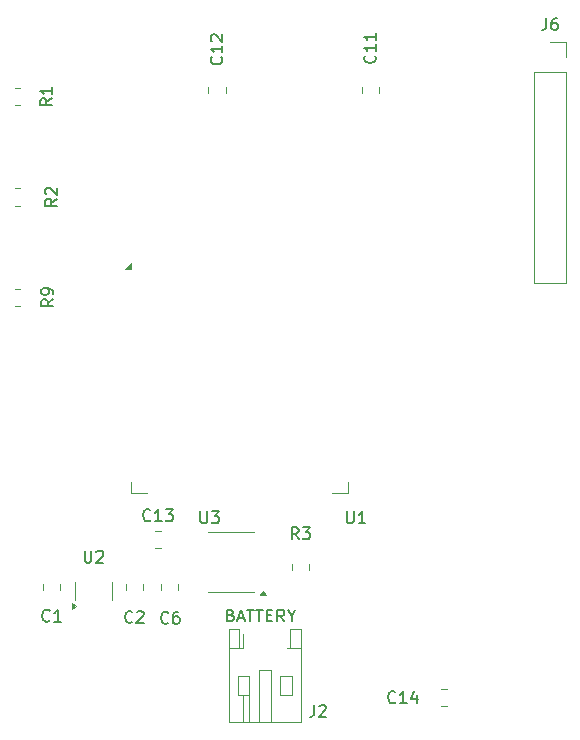
<source format=gbr>
%TF.GenerationSoftware,KiCad,Pcbnew,9.0.1*%
%TF.CreationDate,2025-11-13T22:26:36+01:00*%
%TF.ProjectId,dise_o_v2,64697365-f16f-45f7-9632-2e6b69636164,rev?*%
%TF.SameCoordinates,Original*%
%TF.FileFunction,Legend,Top*%
%TF.FilePolarity,Positive*%
%FSLAX46Y46*%
G04 Gerber Fmt 4.6, Leading zero omitted, Abs format (unit mm)*
G04 Created by KiCad (PCBNEW 9.0.1) date 2025-11-13 22:26:36*
%MOMM*%
%LPD*%
G01*
G04 APERTURE LIST*
%ADD10C,0.150000*%
%ADD11C,0.120000*%
G04 APERTURE END LIST*
D10*
X64170112Y-81915496D02*
X64312969Y-81963115D01*
X64312969Y-81963115D02*
X64360588Y-82010734D01*
X64360588Y-82010734D02*
X64408207Y-82105972D01*
X64408207Y-82105972D02*
X64408207Y-82248829D01*
X64408207Y-82248829D02*
X64360588Y-82344067D01*
X64360588Y-82344067D02*
X64312969Y-82391687D01*
X64312969Y-82391687D02*
X64217731Y-82439306D01*
X64217731Y-82439306D02*
X63836779Y-82439306D01*
X63836779Y-82439306D02*
X63836779Y-81439306D01*
X63836779Y-81439306D02*
X64170112Y-81439306D01*
X64170112Y-81439306D02*
X64265350Y-81486925D01*
X64265350Y-81486925D02*
X64312969Y-81534544D01*
X64312969Y-81534544D02*
X64360588Y-81629782D01*
X64360588Y-81629782D02*
X64360588Y-81725020D01*
X64360588Y-81725020D02*
X64312969Y-81820258D01*
X64312969Y-81820258D02*
X64265350Y-81867877D01*
X64265350Y-81867877D02*
X64170112Y-81915496D01*
X64170112Y-81915496D02*
X63836779Y-81915496D01*
X64789160Y-82153591D02*
X65265350Y-82153591D01*
X64693922Y-82439306D02*
X65027255Y-81439306D01*
X65027255Y-81439306D02*
X65360588Y-82439306D01*
X65551065Y-81439306D02*
X66122493Y-81439306D01*
X65836779Y-82439306D02*
X65836779Y-81439306D01*
X66312970Y-81439306D02*
X66884398Y-81439306D01*
X66598684Y-82439306D02*
X66598684Y-81439306D01*
X67217732Y-81915496D02*
X67551065Y-81915496D01*
X67693922Y-82439306D02*
X67217732Y-82439306D01*
X67217732Y-82439306D02*
X67217732Y-81439306D01*
X67217732Y-81439306D02*
X67693922Y-81439306D01*
X68693922Y-82439306D02*
X68360589Y-81963115D01*
X68122494Y-82439306D02*
X68122494Y-81439306D01*
X68122494Y-81439306D02*
X68503446Y-81439306D01*
X68503446Y-81439306D02*
X68598684Y-81486925D01*
X68598684Y-81486925D02*
X68646303Y-81534544D01*
X68646303Y-81534544D02*
X68693922Y-81629782D01*
X68693922Y-81629782D02*
X68693922Y-81772639D01*
X68693922Y-81772639D02*
X68646303Y-81867877D01*
X68646303Y-81867877D02*
X68598684Y-81915496D01*
X68598684Y-81915496D02*
X68503446Y-81963115D01*
X68503446Y-81963115D02*
X68122494Y-81963115D01*
X69312970Y-81963115D02*
X69312970Y-82439306D01*
X68979637Y-81439306D02*
X69312970Y-81963115D01*
X69312970Y-81963115D02*
X69646303Y-81439306D01*
X49454819Y-46666666D02*
X48978628Y-46999999D01*
X49454819Y-47238094D02*
X48454819Y-47238094D01*
X48454819Y-47238094D02*
X48454819Y-46857142D01*
X48454819Y-46857142D02*
X48502438Y-46761904D01*
X48502438Y-46761904D02*
X48550057Y-46714285D01*
X48550057Y-46714285D02*
X48645295Y-46666666D01*
X48645295Y-46666666D02*
X48788152Y-46666666D01*
X48788152Y-46666666D02*
X48883390Y-46714285D01*
X48883390Y-46714285D02*
X48931009Y-46761904D01*
X48931009Y-46761904D02*
X48978628Y-46857142D01*
X48978628Y-46857142D02*
X48978628Y-47238094D01*
X48550057Y-46285713D02*
X48502438Y-46238094D01*
X48502438Y-46238094D02*
X48454819Y-46142856D01*
X48454819Y-46142856D02*
X48454819Y-45904761D01*
X48454819Y-45904761D02*
X48502438Y-45809523D01*
X48502438Y-45809523D02*
X48550057Y-45761904D01*
X48550057Y-45761904D02*
X48645295Y-45714285D01*
X48645295Y-45714285D02*
X48740533Y-45714285D01*
X48740533Y-45714285D02*
X48883390Y-45761904D01*
X48883390Y-45761904D02*
X49454819Y-46333332D01*
X49454819Y-46333332D02*
X49454819Y-45714285D01*
X58876747Y-82534939D02*
X58829128Y-82582559D01*
X58829128Y-82582559D02*
X58686271Y-82630178D01*
X58686271Y-82630178D02*
X58591033Y-82630178D01*
X58591033Y-82630178D02*
X58448176Y-82582559D01*
X58448176Y-82582559D02*
X58352938Y-82487320D01*
X58352938Y-82487320D02*
X58305319Y-82392082D01*
X58305319Y-82392082D02*
X58257700Y-82201606D01*
X58257700Y-82201606D02*
X58257700Y-82058749D01*
X58257700Y-82058749D02*
X58305319Y-81868273D01*
X58305319Y-81868273D02*
X58352938Y-81773035D01*
X58352938Y-81773035D02*
X58448176Y-81677797D01*
X58448176Y-81677797D02*
X58591033Y-81630178D01*
X58591033Y-81630178D02*
X58686271Y-81630178D01*
X58686271Y-81630178D02*
X58829128Y-81677797D01*
X58829128Y-81677797D02*
X58876747Y-81725416D01*
X59733890Y-81630178D02*
X59543414Y-81630178D01*
X59543414Y-81630178D02*
X59448176Y-81677797D01*
X59448176Y-81677797D02*
X59400557Y-81725416D01*
X59400557Y-81725416D02*
X59305319Y-81868273D01*
X59305319Y-81868273D02*
X59257700Y-82058749D01*
X59257700Y-82058749D02*
X59257700Y-82439701D01*
X59257700Y-82439701D02*
X59305319Y-82534939D01*
X59305319Y-82534939D02*
X59352938Y-82582559D01*
X59352938Y-82582559D02*
X59448176Y-82630178D01*
X59448176Y-82630178D02*
X59638652Y-82630178D01*
X59638652Y-82630178D02*
X59733890Y-82582559D01*
X59733890Y-82582559D02*
X59781509Y-82534939D01*
X59781509Y-82534939D02*
X59829128Y-82439701D01*
X59829128Y-82439701D02*
X59829128Y-82201606D01*
X59829128Y-82201606D02*
X59781509Y-82106368D01*
X59781509Y-82106368D02*
X59733890Y-82058749D01*
X59733890Y-82058749D02*
X59638652Y-82011130D01*
X59638652Y-82011130D02*
X59448176Y-82011130D01*
X59448176Y-82011130D02*
X59352938Y-82058749D01*
X59352938Y-82058749D02*
X59305319Y-82106368D01*
X59305319Y-82106368D02*
X59257700Y-82201606D01*
X73996779Y-73114819D02*
X73996779Y-73924342D01*
X73996779Y-73924342D02*
X74044398Y-74019580D01*
X74044398Y-74019580D02*
X74092017Y-74067200D01*
X74092017Y-74067200D02*
X74187255Y-74114819D01*
X74187255Y-74114819D02*
X74377731Y-74114819D01*
X74377731Y-74114819D02*
X74472969Y-74067200D01*
X74472969Y-74067200D02*
X74520588Y-74019580D01*
X74520588Y-74019580D02*
X74568207Y-73924342D01*
X74568207Y-73924342D02*
X74568207Y-73114819D01*
X75568207Y-74114819D02*
X74996779Y-74114819D01*
X75282493Y-74114819D02*
X75282493Y-73114819D01*
X75282493Y-73114819D02*
X75187255Y-73257676D01*
X75187255Y-73257676D02*
X75092017Y-73352914D01*
X75092017Y-73352914D02*
X74996779Y-73400533D01*
X49129819Y-55166666D02*
X48653628Y-55499999D01*
X49129819Y-55738094D02*
X48129819Y-55738094D01*
X48129819Y-55738094D02*
X48129819Y-55357142D01*
X48129819Y-55357142D02*
X48177438Y-55261904D01*
X48177438Y-55261904D02*
X48225057Y-55214285D01*
X48225057Y-55214285D02*
X48320295Y-55166666D01*
X48320295Y-55166666D02*
X48463152Y-55166666D01*
X48463152Y-55166666D02*
X48558390Y-55214285D01*
X48558390Y-55214285D02*
X48606009Y-55261904D01*
X48606009Y-55261904D02*
X48653628Y-55357142D01*
X48653628Y-55357142D02*
X48653628Y-55738094D01*
X49129819Y-54690475D02*
X49129819Y-54499999D01*
X49129819Y-54499999D02*
X49082200Y-54404761D01*
X49082200Y-54404761D02*
X49034580Y-54357142D01*
X49034580Y-54357142D02*
X48891723Y-54261904D01*
X48891723Y-54261904D02*
X48701247Y-54214285D01*
X48701247Y-54214285D02*
X48320295Y-54214285D01*
X48320295Y-54214285D02*
X48225057Y-54261904D01*
X48225057Y-54261904D02*
X48177438Y-54309523D01*
X48177438Y-54309523D02*
X48129819Y-54404761D01*
X48129819Y-54404761D02*
X48129819Y-54595237D01*
X48129819Y-54595237D02*
X48177438Y-54690475D01*
X48177438Y-54690475D02*
X48225057Y-54738094D01*
X48225057Y-54738094D02*
X48320295Y-54785713D01*
X48320295Y-54785713D02*
X48558390Y-54785713D01*
X48558390Y-54785713D02*
X48653628Y-54738094D01*
X48653628Y-54738094D02*
X48701247Y-54690475D01*
X48701247Y-54690475D02*
X48748866Y-54595237D01*
X48748866Y-54595237D02*
X48748866Y-54404761D01*
X48748866Y-54404761D02*
X48701247Y-54309523D01*
X48701247Y-54309523D02*
X48653628Y-54261904D01*
X48653628Y-54261904D02*
X48558390Y-54214285D01*
X76359580Y-34542857D02*
X76407200Y-34590476D01*
X76407200Y-34590476D02*
X76454819Y-34733333D01*
X76454819Y-34733333D02*
X76454819Y-34828571D01*
X76454819Y-34828571D02*
X76407200Y-34971428D01*
X76407200Y-34971428D02*
X76311961Y-35066666D01*
X76311961Y-35066666D02*
X76216723Y-35114285D01*
X76216723Y-35114285D02*
X76026247Y-35161904D01*
X76026247Y-35161904D02*
X75883390Y-35161904D01*
X75883390Y-35161904D02*
X75692914Y-35114285D01*
X75692914Y-35114285D02*
X75597676Y-35066666D01*
X75597676Y-35066666D02*
X75502438Y-34971428D01*
X75502438Y-34971428D02*
X75454819Y-34828571D01*
X75454819Y-34828571D02*
X75454819Y-34733333D01*
X75454819Y-34733333D02*
X75502438Y-34590476D01*
X75502438Y-34590476D02*
X75550057Y-34542857D01*
X76454819Y-33590476D02*
X76454819Y-34161904D01*
X76454819Y-33876190D02*
X75454819Y-33876190D01*
X75454819Y-33876190D02*
X75597676Y-33971428D01*
X75597676Y-33971428D02*
X75692914Y-34066666D01*
X75692914Y-34066666D02*
X75740533Y-34161904D01*
X76454819Y-32638095D02*
X76454819Y-33209523D01*
X76454819Y-32923809D02*
X75454819Y-32923809D01*
X75454819Y-32923809D02*
X75597676Y-33019047D01*
X75597676Y-33019047D02*
X75692914Y-33114285D01*
X75692914Y-33114285D02*
X75740533Y-33209523D01*
X48833333Y-82359580D02*
X48785714Y-82407200D01*
X48785714Y-82407200D02*
X48642857Y-82454819D01*
X48642857Y-82454819D02*
X48547619Y-82454819D01*
X48547619Y-82454819D02*
X48404762Y-82407200D01*
X48404762Y-82407200D02*
X48309524Y-82311961D01*
X48309524Y-82311961D02*
X48261905Y-82216723D01*
X48261905Y-82216723D02*
X48214286Y-82026247D01*
X48214286Y-82026247D02*
X48214286Y-81883390D01*
X48214286Y-81883390D02*
X48261905Y-81692914D01*
X48261905Y-81692914D02*
X48309524Y-81597676D01*
X48309524Y-81597676D02*
X48404762Y-81502438D01*
X48404762Y-81502438D02*
X48547619Y-81454819D01*
X48547619Y-81454819D02*
X48642857Y-81454819D01*
X48642857Y-81454819D02*
X48785714Y-81502438D01*
X48785714Y-81502438D02*
X48833333Y-81550057D01*
X49785714Y-82454819D02*
X49214286Y-82454819D01*
X49500000Y-82454819D02*
X49500000Y-81454819D01*
X49500000Y-81454819D02*
X49404762Y-81597676D01*
X49404762Y-81597676D02*
X49309524Y-81692914D01*
X49309524Y-81692914D02*
X49214286Y-81740533D01*
X55833333Y-82459580D02*
X55785714Y-82507200D01*
X55785714Y-82507200D02*
X55642857Y-82554819D01*
X55642857Y-82554819D02*
X55547619Y-82554819D01*
X55547619Y-82554819D02*
X55404762Y-82507200D01*
X55404762Y-82507200D02*
X55309524Y-82411961D01*
X55309524Y-82411961D02*
X55261905Y-82316723D01*
X55261905Y-82316723D02*
X55214286Y-82126247D01*
X55214286Y-82126247D02*
X55214286Y-81983390D01*
X55214286Y-81983390D02*
X55261905Y-81792914D01*
X55261905Y-81792914D02*
X55309524Y-81697676D01*
X55309524Y-81697676D02*
X55404762Y-81602438D01*
X55404762Y-81602438D02*
X55547619Y-81554819D01*
X55547619Y-81554819D02*
X55642857Y-81554819D01*
X55642857Y-81554819D02*
X55785714Y-81602438D01*
X55785714Y-81602438D02*
X55833333Y-81650057D01*
X56214286Y-81650057D02*
X56261905Y-81602438D01*
X56261905Y-81602438D02*
X56357143Y-81554819D01*
X56357143Y-81554819D02*
X56595238Y-81554819D01*
X56595238Y-81554819D02*
X56690476Y-81602438D01*
X56690476Y-81602438D02*
X56738095Y-81650057D01*
X56738095Y-81650057D02*
X56785714Y-81745295D01*
X56785714Y-81745295D02*
X56785714Y-81840533D01*
X56785714Y-81840533D02*
X56738095Y-81983390D01*
X56738095Y-81983390D02*
X56166667Y-82554819D01*
X56166667Y-82554819D02*
X56785714Y-82554819D01*
X71225460Y-89526230D02*
X71225460Y-90240515D01*
X71225460Y-90240515D02*
X71177841Y-90383372D01*
X71177841Y-90383372D02*
X71082603Y-90478611D01*
X71082603Y-90478611D02*
X70939746Y-90526230D01*
X70939746Y-90526230D02*
X70844508Y-90526230D01*
X71654032Y-89621468D02*
X71701651Y-89573849D01*
X71701651Y-89573849D02*
X71796889Y-89526230D01*
X71796889Y-89526230D02*
X72034984Y-89526230D01*
X72034984Y-89526230D02*
X72130222Y-89573849D01*
X72130222Y-89573849D02*
X72177841Y-89621468D01*
X72177841Y-89621468D02*
X72225460Y-89716706D01*
X72225460Y-89716706D02*
X72225460Y-89811944D01*
X72225460Y-89811944D02*
X72177841Y-89954801D01*
X72177841Y-89954801D02*
X71606413Y-90526230D01*
X71606413Y-90526230D02*
X72225460Y-90526230D01*
X61598095Y-73114819D02*
X61598095Y-73924342D01*
X61598095Y-73924342D02*
X61645714Y-74019580D01*
X61645714Y-74019580D02*
X61693333Y-74067200D01*
X61693333Y-74067200D02*
X61788571Y-74114819D01*
X61788571Y-74114819D02*
X61979047Y-74114819D01*
X61979047Y-74114819D02*
X62074285Y-74067200D01*
X62074285Y-74067200D02*
X62121904Y-74019580D01*
X62121904Y-74019580D02*
X62169523Y-73924342D01*
X62169523Y-73924342D02*
X62169523Y-73114819D01*
X62550476Y-73114819D02*
X63169523Y-73114819D01*
X63169523Y-73114819D02*
X62836190Y-73495771D01*
X62836190Y-73495771D02*
X62979047Y-73495771D01*
X62979047Y-73495771D02*
X63074285Y-73543390D01*
X63074285Y-73543390D02*
X63121904Y-73591009D01*
X63121904Y-73591009D02*
X63169523Y-73686247D01*
X63169523Y-73686247D02*
X63169523Y-73924342D01*
X63169523Y-73924342D02*
X63121904Y-74019580D01*
X63121904Y-74019580D02*
X63074285Y-74067200D01*
X63074285Y-74067200D02*
X62979047Y-74114819D01*
X62979047Y-74114819D02*
X62693333Y-74114819D01*
X62693333Y-74114819D02*
X62598095Y-74067200D01*
X62598095Y-74067200D02*
X62550476Y-74019580D01*
X90878766Y-31365919D02*
X90878766Y-32080204D01*
X90878766Y-32080204D02*
X90831147Y-32223061D01*
X90831147Y-32223061D02*
X90735909Y-32318300D01*
X90735909Y-32318300D02*
X90593052Y-32365919D01*
X90593052Y-32365919D02*
X90497814Y-32365919D01*
X91783528Y-31365919D02*
X91593052Y-31365919D01*
X91593052Y-31365919D02*
X91497814Y-31413538D01*
X91497814Y-31413538D02*
X91450195Y-31461157D01*
X91450195Y-31461157D02*
X91354957Y-31604014D01*
X91354957Y-31604014D02*
X91307338Y-31794490D01*
X91307338Y-31794490D02*
X91307338Y-32175442D01*
X91307338Y-32175442D02*
X91354957Y-32270680D01*
X91354957Y-32270680D02*
X91402576Y-32318300D01*
X91402576Y-32318300D02*
X91497814Y-32365919D01*
X91497814Y-32365919D02*
X91688290Y-32365919D01*
X91688290Y-32365919D02*
X91783528Y-32318300D01*
X91783528Y-32318300D02*
X91831147Y-32270680D01*
X91831147Y-32270680D02*
X91878766Y-32175442D01*
X91878766Y-32175442D02*
X91878766Y-31937347D01*
X91878766Y-31937347D02*
X91831147Y-31842109D01*
X91831147Y-31842109D02*
X91783528Y-31794490D01*
X91783528Y-31794490D02*
X91688290Y-31746871D01*
X91688290Y-31746871D02*
X91497814Y-31746871D01*
X91497814Y-31746871D02*
X91402576Y-31794490D01*
X91402576Y-31794490D02*
X91354957Y-31842109D01*
X91354957Y-31842109D02*
X91307338Y-31937347D01*
X51798095Y-76454819D02*
X51798095Y-77264342D01*
X51798095Y-77264342D02*
X51845714Y-77359580D01*
X51845714Y-77359580D02*
X51893333Y-77407200D01*
X51893333Y-77407200D02*
X51988571Y-77454819D01*
X51988571Y-77454819D02*
X52179047Y-77454819D01*
X52179047Y-77454819D02*
X52274285Y-77407200D01*
X52274285Y-77407200D02*
X52321904Y-77359580D01*
X52321904Y-77359580D02*
X52369523Y-77264342D01*
X52369523Y-77264342D02*
X52369523Y-76454819D01*
X52798095Y-76550057D02*
X52845714Y-76502438D01*
X52845714Y-76502438D02*
X52940952Y-76454819D01*
X52940952Y-76454819D02*
X53179047Y-76454819D01*
X53179047Y-76454819D02*
X53274285Y-76502438D01*
X53274285Y-76502438D02*
X53321904Y-76550057D01*
X53321904Y-76550057D02*
X53369523Y-76645295D01*
X53369523Y-76645295D02*
X53369523Y-76740533D01*
X53369523Y-76740533D02*
X53321904Y-76883390D01*
X53321904Y-76883390D02*
X52750476Y-77454819D01*
X52750476Y-77454819D02*
X53369523Y-77454819D01*
X49042319Y-38166666D02*
X48566128Y-38499999D01*
X49042319Y-38738094D02*
X48042319Y-38738094D01*
X48042319Y-38738094D02*
X48042319Y-38357142D01*
X48042319Y-38357142D02*
X48089938Y-38261904D01*
X48089938Y-38261904D02*
X48137557Y-38214285D01*
X48137557Y-38214285D02*
X48232795Y-38166666D01*
X48232795Y-38166666D02*
X48375652Y-38166666D01*
X48375652Y-38166666D02*
X48470890Y-38214285D01*
X48470890Y-38214285D02*
X48518509Y-38261904D01*
X48518509Y-38261904D02*
X48566128Y-38357142D01*
X48566128Y-38357142D02*
X48566128Y-38738094D01*
X49042319Y-37214285D02*
X49042319Y-37785713D01*
X49042319Y-37499999D02*
X48042319Y-37499999D01*
X48042319Y-37499999D02*
X48185176Y-37595237D01*
X48185176Y-37595237D02*
X48280414Y-37690475D01*
X48280414Y-37690475D02*
X48328033Y-37785713D01*
X63359580Y-34642857D02*
X63407200Y-34690476D01*
X63407200Y-34690476D02*
X63454819Y-34833333D01*
X63454819Y-34833333D02*
X63454819Y-34928571D01*
X63454819Y-34928571D02*
X63407200Y-35071428D01*
X63407200Y-35071428D02*
X63311961Y-35166666D01*
X63311961Y-35166666D02*
X63216723Y-35214285D01*
X63216723Y-35214285D02*
X63026247Y-35261904D01*
X63026247Y-35261904D02*
X62883390Y-35261904D01*
X62883390Y-35261904D02*
X62692914Y-35214285D01*
X62692914Y-35214285D02*
X62597676Y-35166666D01*
X62597676Y-35166666D02*
X62502438Y-35071428D01*
X62502438Y-35071428D02*
X62454819Y-34928571D01*
X62454819Y-34928571D02*
X62454819Y-34833333D01*
X62454819Y-34833333D02*
X62502438Y-34690476D01*
X62502438Y-34690476D02*
X62550057Y-34642857D01*
X63454819Y-33690476D02*
X63454819Y-34261904D01*
X63454819Y-33976190D02*
X62454819Y-33976190D01*
X62454819Y-33976190D02*
X62597676Y-34071428D01*
X62597676Y-34071428D02*
X62692914Y-34166666D01*
X62692914Y-34166666D02*
X62740533Y-34261904D01*
X62550057Y-33309523D02*
X62502438Y-33261904D01*
X62502438Y-33261904D02*
X62454819Y-33166666D01*
X62454819Y-33166666D02*
X62454819Y-32928571D01*
X62454819Y-32928571D02*
X62502438Y-32833333D01*
X62502438Y-32833333D02*
X62550057Y-32785714D01*
X62550057Y-32785714D02*
X62645295Y-32738095D01*
X62645295Y-32738095D02*
X62740533Y-32738095D01*
X62740533Y-32738095D02*
X62883390Y-32785714D01*
X62883390Y-32785714D02*
X63454819Y-33357142D01*
X63454819Y-33357142D02*
X63454819Y-32738095D01*
X69910133Y-75482889D02*
X69576800Y-75006698D01*
X69338705Y-75482889D02*
X69338705Y-74482889D01*
X69338705Y-74482889D02*
X69719657Y-74482889D01*
X69719657Y-74482889D02*
X69814895Y-74530508D01*
X69814895Y-74530508D02*
X69862514Y-74578127D01*
X69862514Y-74578127D02*
X69910133Y-74673365D01*
X69910133Y-74673365D02*
X69910133Y-74816222D01*
X69910133Y-74816222D02*
X69862514Y-74911460D01*
X69862514Y-74911460D02*
X69814895Y-74959079D01*
X69814895Y-74959079D02*
X69719657Y-75006698D01*
X69719657Y-75006698D02*
X69338705Y-75006698D01*
X70243467Y-74482889D02*
X70862514Y-74482889D01*
X70862514Y-74482889D02*
X70529181Y-74863841D01*
X70529181Y-74863841D02*
X70672038Y-74863841D01*
X70672038Y-74863841D02*
X70767276Y-74911460D01*
X70767276Y-74911460D02*
X70814895Y-74959079D01*
X70814895Y-74959079D02*
X70862514Y-75054317D01*
X70862514Y-75054317D02*
X70862514Y-75292412D01*
X70862514Y-75292412D02*
X70814895Y-75387650D01*
X70814895Y-75387650D02*
X70767276Y-75435270D01*
X70767276Y-75435270D02*
X70672038Y-75482889D01*
X70672038Y-75482889D02*
X70386324Y-75482889D01*
X70386324Y-75482889D02*
X70291086Y-75435270D01*
X70291086Y-75435270D02*
X70243467Y-75387650D01*
X57357142Y-73859580D02*
X57309523Y-73907200D01*
X57309523Y-73907200D02*
X57166666Y-73954819D01*
X57166666Y-73954819D02*
X57071428Y-73954819D01*
X57071428Y-73954819D02*
X56928571Y-73907200D01*
X56928571Y-73907200D02*
X56833333Y-73811961D01*
X56833333Y-73811961D02*
X56785714Y-73716723D01*
X56785714Y-73716723D02*
X56738095Y-73526247D01*
X56738095Y-73526247D02*
X56738095Y-73383390D01*
X56738095Y-73383390D02*
X56785714Y-73192914D01*
X56785714Y-73192914D02*
X56833333Y-73097676D01*
X56833333Y-73097676D02*
X56928571Y-73002438D01*
X56928571Y-73002438D02*
X57071428Y-72954819D01*
X57071428Y-72954819D02*
X57166666Y-72954819D01*
X57166666Y-72954819D02*
X57309523Y-73002438D01*
X57309523Y-73002438D02*
X57357142Y-73050057D01*
X58309523Y-73954819D02*
X57738095Y-73954819D01*
X58023809Y-73954819D02*
X58023809Y-72954819D01*
X58023809Y-72954819D02*
X57928571Y-73097676D01*
X57928571Y-73097676D02*
X57833333Y-73192914D01*
X57833333Y-73192914D02*
X57738095Y-73240533D01*
X58642857Y-72954819D02*
X59261904Y-72954819D01*
X59261904Y-72954819D02*
X58928571Y-73335771D01*
X58928571Y-73335771D02*
X59071428Y-73335771D01*
X59071428Y-73335771D02*
X59166666Y-73383390D01*
X59166666Y-73383390D02*
X59214285Y-73431009D01*
X59214285Y-73431009D02*
X59261904Y-73526247D01*
X59261904Y-73526247D02*
X59261904Y-73764342D01*
X59261904Y-73764342D02*
X59214285Y-73859580D01*
X59214285Y-73859580D02*
X59166666Y-73907200D01*
X59166666Y-73907200D02*
X59071428Y-73954819D01*
X59071428Y-73954819D02*
X58785714Y-73954819D01*
X58785714Y-73954819D02*
X58690476Y-73907200D01*
X58690476Y-73907200D02*
X58642857Y-73859580D01*
X78097142Y-89259580D02*
X78049523Y-89307200D01*
X78049523Y-89307200D02*
X77906666Y-89354819D01*
X77906666Y-89354819D02*
X77811428Y-89354819D01*
X77811428Y-89354819D02*
X77668571Y-89307200D01*
X77668571Y-89307200D02*
X77573333Y-89211961D01*
X77573333Y-89211961D02*
X77525714Y-89116723D01*
X77525714Y-89116723D02*
X77478095Y-88926247D01*
X77478095Y-88926247D02*
X77478095Y-88783390D01*
X77478095Y-88783390D02*
X77525714Y-88592914D01*
X77525714Y-88592914D02*
X77573333Y-88497676D01*
X77573333Y-88497676D02*
X77668571Y-88402438D01*
X77668571Y-88402438D02*
X77811428Y-88354819D01*
X77811428Y-88354819D02*
X77906666Y-88354819D01*
X77906666Y-88354819D02*
X78049523Y-88402438D01*
X78049523Y-88402438D02*
X78097142Y-88450057D01*
X79049523Y-89354819D02*
X78478095Y-89354819D01*
X78763809Y-89354819D02*
X78763809Y-88354819D01*
X78763809Y-88354819D02*
X78668571Y-88497676D01*
X78668571Y-88497676D02*
X78573333Y-88592914D01*
X78573333Y-88592914D02*
X78478095Y-88640533D01*
X79906666Y-88688152D02*
X79906666Y-89354819D01*
X79668571Y-88307200D02*
X79430476Y-89021485D01*
X79430476Y-89021485D02*
X80049523Y-89021485D01*
D11*
%TO.C,R2*%
X45860436Y-45765000D02*
X46314564Y-45765000D01*
X45860436Y-47235000D02*
X46314564Y-47235000D01*
%TO.C,C6*%
X58265000Y-79238748D02*
X58265000Y-79761252D01*
X59735000Y-79238748D02*
X59735000Y-79761252D01*
%TO.C,U1*%
X55710000Y-71570000D02*
X55710000Y-70620000D01*
X57110000Y-71570000D02*
X55710000Y-71570000D01*
X72710000Y-71570000D02*
X74110000Y-71570000D01*
X74110000Y-71570000D02*
X74110000Y-70620000D01*
X55710000Y-52620000D02*
X55210000Y-52620000D01*
X55710000Y-52120000D01*
X55710000Y-52620000D01*
G36*
X55710000Y-52620000D02*
G01*
X55210000Y-52620000D01*
X55710000Y-52120000D01*
X55710000Y-52620000D01*
G37*
%TO.C,R9*%
X46314564Y-54265000D02*
X45860436Y-54265000D01*
X46314564Y-55735000D02*
X45860436Y-55735000D01*
%TO.C,C11*%
X75265000Y-37188748D02*
X75265000Y-37711252D01*
X76735000Y-37188748D02*
X76735000Y-37711252D01*
%TO.C,C1*%
X48265000Y-79811252D02*
X48265000Y-79288748D01*
X49735000Y-79811252D02*
X49735000Y-79288748D01*
%TO.C,C2*%
X55265000Y-79288748D02*
X55265000Y-79811252D01*
X56735000Y-79288748D02*
X56735000Y-79811252D01*
%TO.C,J2*%
X63980000Y-83108000D02*
X63980000Y-90928000D01*
X63980000Y-84708000D02*
X64900000Y-84708000D01*
X63980000Y-90928000D02*
X70100000Y-90928000D01*
X64740000Y-87068000D02*
X64740000Y-88668000D01*
X64740000Y-88668000D02*
X65740000Y-88668000D01*
X64900000Y-83108000D02*
X63980000Y-83108000D01*
X64900000Y-84708000D02*
X64900000Y-83108000D01*
X65180000Y-84708000D02*
X64900000Y-84708000D01*
X65180000Y-84708000D02*
X65180000Y-83493000D01*
X65240000Y-88668000D02*
X65240000Y-90928000D01*
X65740000Y-87068000D02*
X64740000Y-87068000D01*
X65740000Y-88668000D02*
X65740000Y-87068000D01*
X65740000Y-88668000D02*
X65740000Y-90928000D01*
X66540000Y-86568000D02*
X67540000Y-86568000D01*
X66540000Y-90928000D02*
X66540000Y-86568000D01*
X67540000Y-86568000D02*
X67540000Y-90928000D01*
X68340000Y-87068000D02*
X69340000Y-87068000D01*
X68340000Y-88668000D02*
X68340000Y-87068000D01*
X69180000Y-83108000D02*
X69180000Y-84708000D01*
X69180000Y-84708000D02*
X68900000Y-84708000D01*
X69340000Y-87068000D02*
X69340000Y-88668000D01*
X69340000Y-88668000D02*
X68340000Y-88668000D01*
X70100000Y-83108000D02*
X69180000Y-83108000D01*
X70100000Y-84708000D02*
X69180000Y-84708000D01*
X70100000Y-90928000D02*
X70100000Y-83108000D01*
%TO.C,U3*%
X64200000Y-74840000D02*
X62250000Y-74840000D01*
X64200000Y-74840000D02*
X66150000Y-74840000D01*
X64200000Y-79960000D02*
X62250000Y-79960000D01*
X64200000Y-79960000D02*
X66150000Y-79960000D01*
X67140000Y-80195000D02*
X66660000Y-80195000D01*
X66900000Y-79865000D01*
X67140000Y-80195000D01*
G36*
X67140000Y-80195000D02*
G01*
X66660000Y-80195000D01*
X66900000Y-79865000D01*
X67140000Y-80195000D01*
G37*
%TO.C,J6*%
X89882100Y-35951100D02*
X89882100Y-53791100D01*
X89882100Y-35951100D02*
X92542100Y-35951100D01*
X89882100Y-53791100D02*
X92542100Y-53791100D01*
X91212100Y-33351100D02*
X92542100Y-33351100D01*
X92542100Y-33351100D02*
X92542100Y-34681100D01*
X92542100Y-35951100D02*
X92542100Y-53791100D01*
%TO.C,U2*%
X50990000Y-79862500D02*
X50990000Y-79062500D01*
X50990000Y-79862500D02*
X50990000Y-80662500D01*
X54110000Y-79862500D02*
X54110000Y-79062500D01*
X54110000Y-79862500D02*
X54110000Y-80662500D01*
X51040000Y-81162500D02*
X50710000Y-81402500D01*
X50710000Y-80922500D01*
X51040000Y-81162500D01*
G36*
X51040000Y-81162500D02*
G01*
X50710000Y-81402500D01*
X50710000Y-80922500D01*
X51040000Y-81162500D01*
G37*
%TO.C,R1*%
X46314564Y-37265000D02*
X45860436Y-37265000D01*
X46314564Y-38735000D02*
X45860436Y-38735000D01*
%TO.C,C12*%
X62265000Y-37188748D02*
X62265000Y-37711252D01*
X63735000Y-37188748D02*
X63735000Y-37711252D01*
%TO.C,R3*%
X69341800Y-77600436D02*
X69341800Y-78054564D01*
X70811800Y-77600436D02*
X70811800Y-78054564D01*
%TO.C,C13*%
X58261252Y-74765000D02*
X57738748Y-74765000D01*
X58261252Y-76235000D02*
X57738748Y-76235000D01*
%TO.C,C14*%
X82491252Y-88165000D02*
X81968748Y-88165000D01*
X82491252Y-89635000D02*
X81968748Y-89635000D01*
%TD*%
M02*

</source>
